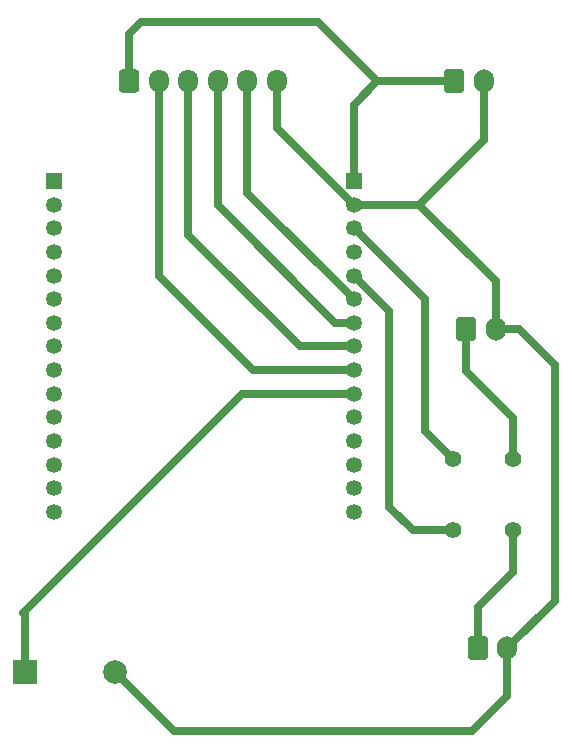
<source format=gbl>
%TF.GenerationSoftware,KiCad,Pcbnew,9.0.6*%
%TF.CreationDate,2025-12-17T12:30:05+05:30*%
%TF.ProjectId,dispenser,64697370-656e-4736-9572-2e6b69636164,rev?*%
%TF.SameCoordinates,Original*%
%TF.FileFunction,Copper,L2,Bot*%
%TF.FilePolarity,Positive*%
%FSLAX46Y46*%
G04 Gerber Fmt 4.6, Leading zero omitted, Abs format (unit mm)*
G04 Created by KiCad (PCBNEW 9.0.6) date 2025-12-17 12:30:05*
%MOMM*%
%LPD*%
G01*
G04 APERTURE LIST*
G04 Aperture macros list*
%AMRoundRect*
0 Rectangle with rounded corners*
0 $1 Rounding radius*
0 $2 $3 $4 $5 $6 $7 $8 $9 X,Y pos of 4 corners*
0 Add a 4 corners polygon primitive as box body*
4,1,4,$2,$3,$4,$5,$6,$7,$8,$9,$2,$3,0*
0 Add four circle primitives for the rounded corners*
1,1,$1+$1,$2,$3*
1,1,$1+$1,$4,$5*
1,1,$1+$1,$6,$7*
1,1,$1+$1,$8,$9*
0 Add four rect primitives between the rounded corners*
20,1,$1+$1,$2,$3,$4,$5,0*
20,1,$1+$1,$4,$5,$6,$7,0*
20,1,$1+$1,$6,$7,$8,$9,0*
20,1,$1+$1,$8,$9,$2,$3,0*%
G04 Aperture macros list end*
%TA.AperFunction,ComponentPad*%
%ADD10R,1.350000X1.350000*%
%TD*%
%TA.AperFunction,ComponentPad*%
%ADD11C,1.350000*%
%TD*%
%TA.AperFunction,ComponentPad*%
%ADD12C,1.400000*%
%TD*%
%TA.AperFunction,ComponentPad*%
%ADD13C,2.000000*%
%TD*%
%TA.AperFunction,ComponentPad*%
%ADD14R,2.000000X2.000000*%
%TD*%
%TA.AperFunction,ComponentPad*%
%ADD15O,1.700000X1.950000*%
%TD*%
%TA.AperFunction,ComponentPad*%
%ADD16RoundRect,0.250000X-0.600000X-0.725000X0.600000X-0.725000X0.600000X0.725000X-0.600000X0.725000X0*%
%TD*%
%TA.AperFunction,ComponentPad*%
%ADD17O,1.700000X2.000000*%
%TD*%
%TA.AperFunction,ComponentPad*%
%ADD18RoundRect,0.250000X-0.600000X-0.750000X0.600000X-0.750000X0.600000X0.750000X-0.600000X0.750000X0*%
%TD*%
%TA.AperFunction,Conductor*%
%ADD19C,0.700000*%
%TD*%
G04 APERTURE END LIST*
D10*
%TO.P,J5,1,Pin_1*%
%TO.N,+5V*%
X109000000Y-65450000D03*
D11*
%TO.P,J5,2,Pin_2*%
%TO.N,GND*%
X109000000Y-67450000D03*
%TO.P,J5,3,Pin_3*%
%TO.N,Net-(J5-Pin_3)*%
X109000000Y-69450000D03*
%TO.P,J5,4,Pin_4*%
%TO.N,unconnected-(J5-Pin_4-Pad4)*%
X109000000Y-71450000D03*
%TO.P,J5,5,Pin_5*%
%TO.N,Net-(J5-Pin_5)*%
X109000000Y-73450000D03*
%TO.P,J5,6,Pin_6*%
%TO.N,Net-(J1-Pin_5)*%
X109000000Y-75450000D03*
%TO.P,J5,7,Pin_7*%
%TO.N,Net-(J1-Pin_4)*%
X109000000Y-77450000D03*
%TO.P,J5,8,Pin_8*%
%TO.N,Net-(J1-Pin_3)*%
X109000000Y-79450000D03*
%TO.P,J5,9,Pin_9*%
%TO.N,Net-(J1-Pin_2)*%
X109000000Y-81450000D03*
%TO.P,J5,10,Pin_10*%
%TO.N,Net-(BZ1-+)*%
X109000000Y-83450000D03*
%TO.P,J5,11,Pin_11*%
%TO.N,unconnected-(J5-Pin_11-Pad11)*%
X109000000Y-85450000D03*
%TO.P,J5,12,Pin_12*%
%TO.N,unconnected-(J5-Pin_12-Pad12)*%
X109000000Y-87450000D03*
%TO.P,J5,13,Pin_13*%
%TO.N,unconnected-(J5-Pin_13-Pad13)*%
X109000000Y-89450000D03*
%TO.P,J5,14,Pin_14*%
%TO.N,unconnected-(J5-Pin_14-Pad14)*%
X109000000Y-91450000D03*
%TO.P,J5,15,Pin_15*%
%TO.N,unconnected-(J5-Pin_15-Pad15)*%
X109000000Y-93450000D03*
%TD*%
%TO.P,J4,15,Pin_15*%
%TO.N,unconnected-(J4-Pin_15-Pad15)*%
X83600000Y-93450000D03*
%TO.P,J4,14,Pin_14*%
%TO.N,unconnected-(J4-Pin_14-Pad14)*%
X83600000Y-91450000D03*
%TO.P,J4,13,Pin_13*%
%TO.N,unconnected-(J4-Pin_13-Pad13)*%
X83600000Y-89450000D03*
%TO.P,J4,12,Pin_12*%
%TO.N,unconnected-(J4-Pin_12-Pad12)*%
X83600000Y-87450000D03*
%TO.P,J4,11,Pin_11*%
%TO.N,unconnected-(J4-Pin_11-Pad11)*%
X83600000Y-85450000D03*
%TO.P,J4,10,Pin_10*%
%TO.N,unconnected-(J4-Pin_10-Pad10)*%
X83600000Y-83450000D03*
%TO.P,J4,9,Pin_9*%
%TO.N,unconnected-(J4-Pin_9-Pad9)*%
X83600000Y-81450000D03*
%TO.P,J4,8,Pin_8*%
%TO.N,unconnected-(J4-Pin_8-Pad8)*%
X83600000Y-79450000D03*
%TO.P,J4,7,Pin_7*%
%TO.N,unconnected-(J4-Pin_7-Pad7)*%
X83600000Y-77450000D03*
%TO.P,J4,6,Pin_6*%
%TO.N,unconnected-(J4-Pin_6-Pad6)*%
X83600000Y-75450000D03*
%TO.P,J4,5,Pin_5*%
%TO.N,unconnected-(J4-Pin_5-Pad5)*%
X83600000Y-73450000D03*
%TO.P,J4,4,Pin_4*%
%TO.N,unconnected-(J4-Pin_4-Pad4)*%
X83600000Y-71450000D03*
%TO.P,J4,3,Pin_3*%
%TO.N,unconnected-(J4-Pin_3-Pad3)*%
X83600000Y-69450000D03*
%TO.P,J4,2,Pin_2*%
%TO.N,unconnected-(J4-Pin_2-Pad2)*%
X83600000Y-67450000D03*
D10*
%TO.P,J4,1,Pin_1*%
%TO.N,unconnected-(J4-Pin_1-Pad1)*%
X83600000Y-65450000D03*
%TD*%
D12*
%TO.P,R1,2*%
%TO.N,Net-(J5-Pin_3)*%
X117410000Y-89000000D03*
%TO.P,R1,1*%
%TO.N,Net-(J2-Pin_1)*%
X122490000Y-89000000D03*
%TD*%
D13*
%TO.P,BZ1,2,-*%
%TO.N,GND*%
X88800000Y-107000000D03*
D14*
%TO.P,BZ1,1,+*%
%TO.N,Net-(BZ1-+)*%
X81200000Y-107000000D03*
%TD*%
D15*
%TO.P,J1,6,Pin_6*%
%TO.N,GND*%
X102500000Y-57000000D03*
%TO.P,J1,5,Pin_5*%
%TO.N,Net-(J1-Pin_5)*%
X100000000Y-57000000D03*
%TO.P,J1,4,Pin_4*%
%TO.N,Net-(J1-Pin_4)*%
X97500000Y-57000000D03*
%TO.P,J1,3,Pin_3*%
%TO.N,Net-(J1-Pin_3)*%
X95000000Y-57000000D03*
%TO.P,J1,2,Pin_2*%
%TO.N,Net-(J1-Pin_2)*%
X92500000Y-57000000D03*
D16*
%TO.P,J1,1,Pin_1*%
%TO.N,+5V*%
X90000000Y-57000000D03*
%TD*%
D17*
%TO.P,J2,2,Pin_2*%
%TO.N,GND*%
X121000000Y-78000000D03*
D18*
%TO.P,J2,1,Pin_1*%
%TO.N,Net-(J2-Pin_1)*%
X118500000Y-78000000D03*
%TD*%
D12*
%TO.P,R2,2*%
%TO.N,Net-(J5-Pin_5)*%
X117410000Y-95000000D03*
%TO.P,R2,1*%
%TO.N,Net-(J3-Pin_1)*%
X122490000Y-95000000D03*
%TD*%
D17*
%TO.P,J6,2,Pin_2*%
%TO.N,GND*%
X120000000Y-57000000D03*
D18*
%TO.P,J6,1,Pin_1*%
%TO.N,+5V*%
X117500000Y-57000000D03*
%TD*%
D17*
%TO.P,J3,2,Pin_2*%
%TO.N,GND*%
X122000000Y-105000000D03*
D18*
%TO.P,J3,1,Pin_1*%
%TO.N,Net-(J3-Pin_1)*%
X119500000Y-105000000D03*
%TD*%
D19*
%TO.N,GND*%
X122000000Y-105000000D02*
X126000000Y-101000000D01*
X126000000Y-81000000D02*
X123000000Y-78000000D01*
X126000000Y-101000000D02*
X126000000Y-81000000D01*
X123000000Y-78000000D02*
X121000000Y-78000000D01*
X119000000Y-112000000D02*
X122000000Y-109000000D01*
X122000000Y-109000000D02*
X122000000Y-105000000D01*
%TO.N,Net-(J2-Pin_1)*%
X118500000Y-78000000D02*
X118500000Y-81500000D01*
X118500000Y-81500000D02*
X122490000Y-85490000D01*
X122490000Y-85490000D02*
X122490000Y-89000000D01*
%TO.N,Net-(J3-Pin_1)*%
X119500000Y-101500000D02*
X119500000Y-105000000D01*
%TO.N,Net-(J5-Pin_3)*%
X109000000Y-69450000D02*
X115000000Y-75450000D01*
X115000000Y-75450000D02*
X115000000Y-86590000D01*
X115000000Y-86590000D02*
X117410000Y-89000000D01*
%TO.N,Net-(J5-Pin_5)*%
X112000000Y-76450000D02*
X112000000Y-93000000D01*
X112000000Y-93000000D02*
X114000000Y-95000000D01*
X109000000Y-73450000D02*
X112000000Y-76450000D01*
X114000000Y-95000000D02*
X117410000Y-95000000D01*
%TO.N,Net-(BZ1-+)*%
X81200000Y-102200000D02*
X81000000Y-102000000D01*
X81200000Y-107000000D02*
X81200000Y-102200000D01*
X99550000Y-83450000D02*
X109000000Y-83450000D01*
X81000000Y-102000000D02*
X99550000Y-83450000D01*
%TO.N,GND*%
X119000000Y-112000000D02*
X93800000Y-112000000D01*
X93800000Y-112000000D02*
X88800000Y-107000000D01*
X114550000Y-67450000D02*
X121000000Y-73900000D01*
X121000000Y-73900000D02*
X121000000Y-78000000D01*
X120000000Y-57000000D02*
X120000000Y-62000000D01*
X114550000Y-67450000D02*
X109000000Y-67450000D01*
X120000000Y-62000000D02*
X114550000Y-67450000D01*
X102500000Y-57000000D02*
X102500000Y-60950000D01*
X102500000Y-60950000D02*
X109000000Y-67450000D01*
%TO.N,Net-(J1-Pin_5)*%
X100000000Y-57000000D02*
X100000000Y-66450000D01*
X100000000Y-66450000D02*
X109000000Y-75450000D01*
%TO.N,Net-(J1-Pin_4)*%
X97500000Y-57000000D02*
X97500000Y-67500000D01*
X97500000Y-67500000D02*
X107450000Y-77450000D01*
X107450000Y-77450000D02*
X109000000Y-77450000D01*
%TO.N,Net-(J1-Pin_3)*%
X95000000Y-57000000D02*
X95000000Y-70000000D01*
X95000000Y-70000000D02*
X104450000Y-79450000D01*
X104450000Y-79450000D02*
X109000000Y-79450000D01*
%TO.N,Net-(J1-Pin_2)*%
X92500000Y-57000000D02*
X92500000Y-73500000D01*
X92500000Y-73500000D02*
X100450000Y-81450000D01*
X100450000Y-81450000D02*
X109000000Y-81450000D01*
%TO.N,+5V*%
X111000000Y-57000000D02*
X109000000Y-59000000D01*
X109000000Y-59000000D02*
X109000000Y-65450000D01*
X90000000Y-53000000D02*
X91000000Y-52000000D01*
X90000000Y-57000000D02*
X90000000Y-53000000D01*
X111000000Y-57000000D02*
X117500000Y-57000000D01*
X106000000Y-52000000D02*
X111000000Y-57000000D01*
X91000000Y-52000000D02*
X106000000Y-52000000D01*
%TO.N,Net-(J3-Pin_1)*%
X122490000Y-98510000D02*
X119500000Y-101500000D01*
X122490000Y-95000000D02*
X122490000Y-98510000D01*
%TD*%
M02*

</source>
